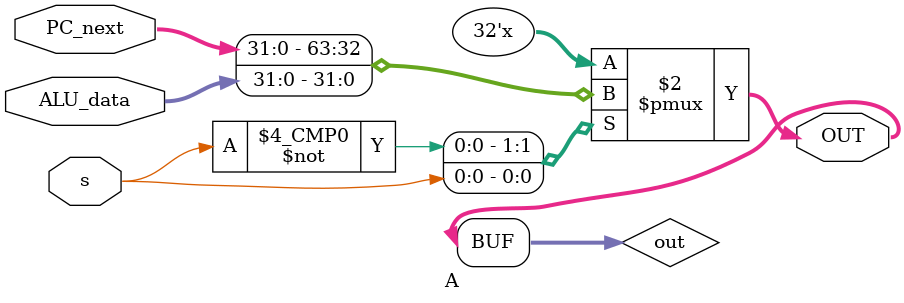
<source format=sv>
module A(
	input [31:0] PC_next, //from pcINC
	input [31:0] ALU_data, //from ALU
	input s, //from controller
	output [31:0] OUT
);
	logic [31:0] out;
  
   always @(*) begin
     case(s)
       0: out = PC_next;
       1: out = ALU_data;
       default: out = 0;
     endcase
   end
      
      
  assign OUT = out;
	
endmodule
</source>
